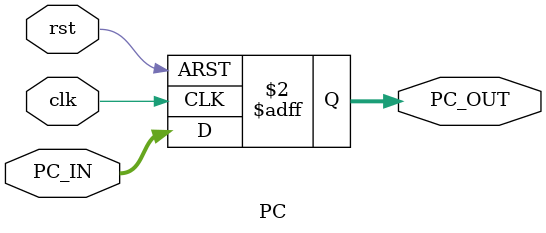
<source format=v>
module PC # (parameter WIDTH = 32)
    (
  input wire clk, rst,
  input [WIDTH-1:0] PC_IN  ,
                                    
  output reg [WIDTH-1:0] PC_OUT          
);

always @(posedge clk or posedge rst) begin 
    if(rst) begin
        PC_OUT <= 32'd0;
    end else begin
        PC_OUT <= PC_IN;
    end
end

endmodule



</source>
